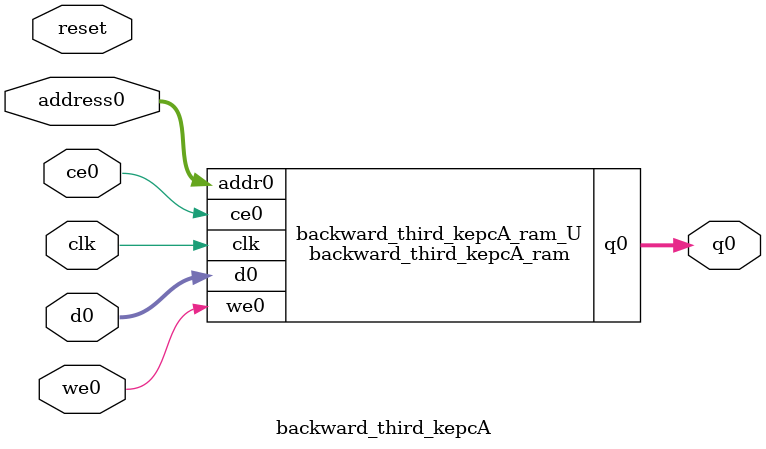
<source format=v>
`timescale 1 ns / 1 ps
module backward_third_kepcA_ram (addr0, ce0, d0, we0, q0,  clk);

parameter DWIDTH = 32;
parameter AWIDTH = 4;
parameter MEM_SIZE = 9;

input[AWIDTH-1:0] addr0;
input ce0;
input[DWIDTH-1:0] d0;
input we0;
output reg[DWIDTH-1:0] q0;
input clk;

(* ram_style = "distributed" *)reg [DWIDTH-1:0] ram[0:MEM_SIZE-1];




always @(posedge clk)  
begin 
    if (ce0) 
    begin
        if (we0) 
        begin 
            ram[addr0] <= d0; 
        end 
        q0 <= ram[addr0];
    end
end


endmodule

`timescale 1 ns / 1 ps
module backward_third_kepcA(
    reset,
    clk,
    address0,
    ce0,
    we0,
    d0,
    q0);

parameter DataWidth = 32'd32;
parameter AddressRange = 32'd9;
parameter AddressWidth = 32'd4;
input reset;
input clk;
input[AddressWidth - 1:0] address0;
input ce0;
input we0;
input[DataWidth - 1:0] d0;
output[DataWidth - 1:0] q0;



backward_third_kepcA_ram backward_third_kepcA_ram_U(
    .clk( clk ),
    .addr0( address0 ),
    .ce0( ce0 ),
    .we0( we0 ),
    .d0( d0 ),
    .q0( q0 ));

endmodule


</source>
